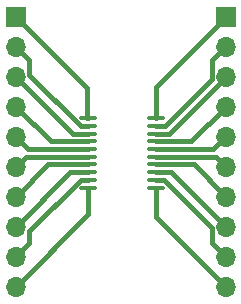
<source format=gbr>
%TF.GenerationSoftware,KiCad,Pcbnew,8.0.5*%
%TF.CreationDate,2024-09-28T17:35:52+02:00*%
%TF.ProjectId,adapterch32v003,61646170-7465-4726-9368-333276303033,rev?*%
%TF.SameCoordinates,Original*%
%TF.FileFunction,Copper,L1,Top*%
%TF.FilePolarity,Positive*%
%FSLAX46Y46*%
G04 Gerber Fmt 4.6, Leading zero omitted, Abs format (unit mm)*
G04 Created by KiCad (PCBNEW 8.0.5) date 2024-09-28 17:35:52*
%MOMM*%
%LPD*%
G01*
G04 APERTURE LIST*
G04 Aperture macros list*
%AMRoundRect*
0 Rectangle with rounded corners*
0 $1 Rounding radius*
0 $2 $3 $4 $5 $6 $7 $8 $9 X,Y pos of 4 corners*
0 Add a 4 corners polygon primitive as box body*
4,1,4,$2,$3,$4,$5,$6,$7,$8,$9,$2,$3,0*
0 Add four circle primitives for the rounded corners*
1,1,$1+$1,$2,$3*
1,1,$1+$1,$4,$5*
1,1,$1+$1,$6,$7*
1,1,$1+$1,$8,$9*
0 Add four rect primitives between the rounded corners*
20,1,$1+$1,$2,$3,$4,$5,0*
20,1,$1+$1,$4,$5,$6,$7,0*
20,1,$1+$1,$6,$7,$8,$9,0*
20,1,$1+$1,$8,$9,$2,$3,0*%
G04 Aperture macros list end*
%TA.AperFunction,ComponentPad*%
%ADD10R,1.700000X1.700000*%
%TD*%
%TA.AperFunction,ComponentPad*%
%ADD11O,1.700000X1.700000*%
%TD*%
%TA.AperFunction,SMDPad,CuDef*%
%ADD12RoundRect,0.100000X-0.637500X-0.100000X0.637500X-0.100000X0.637500X0.100000X-0.637500X0.100000X0*%
%TD*%
%TA.AperFunction,Conductor*%
%ADD13C,0.400000*%
%TD*%
G04 APERTURE END LIST*
D10*
%TO.P,J1,1,Pin_1*%
%TO.N,Net-(J1-Pin_1)*%
X17000000Y-16960000D03*
D11*
%TO.P,J1,2,Pin_2*%
%TO.N,Net-(J1-Pin_2)*%
X17000000Y-19500000D03*
%TO.P,J1,3,Pin_3*%
%TO.N,Net-(J1-Pin_3)*%
X17000000Y-22040000D03*
%TO.P,J1,4,Pin_4*%
%TO.N,Net-(J1-Pin_4)*%
X17000000Y-24580000D03*
%TO.P,J1,5,Pin_5*%
%TO.N,Net-(J1-Pin_5)*%
X17000000Y-27120000D03*
%TO.P,J1,6,Pin_6*%
%TO.N,Net-(J1-Pin_6)*%
X17000000Y-29660000D03*
%TO.P,J1,7,Pin_7*%
%TO.N,Net-(J1-Pin_7)*%
X17000000Y-32200000D03*
%TO.P,J1,8,Pin_8*%
%TO.N,Net-(J1-Pin_8)*%
X17000000Y-34740000D03*
%TO.P,J1,9,Pin_9*%
%TO.N,Net-(J1-Pin_9)*%
X17000000Y-37280000D03*
%TO.P,J1,10,Pin_10*%
%TO.N,Net-(J1-Pin_10)*%
X17000000Y-39820000D03*
%TD*%
D10*
%TO.P,J2,1,Pin_1*%
%TO.N,Net-(J2-Pin_1)*%
X34776982Y-16961934D03*
D11*
%TO.P,J2,2,Pin_2*%
%TO.N,Net-(J2-Pin_2)*%
X34776982Y-19501934D03*
%TO.P,J2,3,Pin_3*%
%TO.N,Net-(J2-Pin_3)*%
X34776982Y-22041934D03*
%TO.P,J2,4,Pin_4*%
%TO.N,Net-(J2-Pin_4)*%
X34776982Y-24581934D03*
%TO.P,J2,5,Pin_5*%
%TO.N,Net-(J2-Pin_5)*%
X34776982Y-27121934D03*
%TO.P,J2,6,Pin_6*%
%TO.N,Net-(J2-Pin_6)*%
X34776982Y-29661934D03*
%TO.P,J2,7,Pin_7*%
%TO.N,Net-(J2-Pin_7)*%
X34776982Y-32201934D03*
%TO.P,J2,8,Pin_8*%
%TO.N,Net-(J2-Pin_8)*%
X34776982Y-34741934D03*
%TO.P,J2,9,Pin_9*%
%TO.N,Net-(J2-Pin_9)*%
X34776982Y-37281934D03*
%TO.P,J2,10,Pin_10*%
%TO.N,Net-(J2-Pin_10)*%
X34776982Y-39821934D03*
%TD*%
D12*
%TO.P,U1,1,PD4*%
%TO.N,Net-(J1-Pin_1)*%
X23137500Y-25575000D03*
%TO.P,U1,2,PD5*%
%TO.N,Net-(J1-Pin_2)*%
X23137500Y-26225000D03*
%TO.P,U1,3,PD6*%
%TO.N,Net-(J1-Pin_3)*%
X23137500Y-26875000D03*
%TO.P,U1,4,PD7*%
%TO.N,Net-(J1-Pin_4)*%
X23137500Y-27525000D03*
%TO.P,U1,5,PA1*%
%TO.N,Net-(J1-Pin_5)*%
X23137500Y-28175000D03*
%TO.P,U1,6,PA2*%
%TO.N,Net-(J1-Pin_6)*%
X23137500Y-28825000D03*
%TO.P,U1,7,VSS*%
%TO.N,Net-(J1-Pin_7)*%
X23137500Y-29475000D03*
%TO.P,U1,8,PD0*%
%TO.N,Net-(J1-Pin_8)*%
X23137500Y-30125000D03*
%TO.P,U1,9,VDD*%
%TO.N,Net-(J1-Pin_9)*%
X23137500Y-30775000D03*
%TO.P,U1,10,PC0*%
%TO.N,Net-(J1-Pin_10)*%
X23137500Y-31425000D03*
%TO.P,U1,11,PC1*%
%TO.N,Net-(J2-Pin_10)*%
X28862500Y-31425000D03*
%TO.P,U1,12,PC2*%
%TO.N,Net-(J2-Pin_9)*%
X28862500Y-30775000D03*
%TO.P,U1,13,PC3*%
%TO.N,Net-(J2-Pin_8)*%
X28862500Y-30125000D03*
%TO.P,U1,14,PC4*%
%TO.N,Net-(J2-Pin_7)*%
X28862500Y-29475000D03*
%TO.P,U1,15,PC5*%
%TO.N,Net-(J2-Pin_6)*%
X28862500Y-28825000D03*
%TO.P,U1,16,PC6*%
%TO.N,Net-(J2-Pin_5)*%
X28862500Y-28175000D03*
%TO.P,U1,17,PC7*%
%TO.N,Net-(J2-Pin_4)*%
X28862500Y-27525000D03*
%TO.P,U1,18,PD1*%
%TO.N,Net-(J2-Pin_3)*%
X28862500Y-26875000D03*
%TO.P,U1,19,PD2*%
%TO.N,Net-(J2-Pin_2)*%
X28862500Y-26225000D03*
%TO.P,U1,20,PD3*%
%TO.N,Net-(J2-Pin_1)*%
X28862500Y-25575000D03*
%TD*%
D13*
%TO.N,Net-(J1-Pin_4)*%
X19945000Y-27525000D02*
X17000000Y-24580000D01*
X23137500Y-27525000D02*
X19945000Y-27525000D01*
%TO.N,Net-(J1-Pin_1)*%
X23000000Y-25500000D02*
X23000000Y-22960000D01*
X23075000Y-25575000D02*
X23000000Y-25500000D01*
X23137500Y-25575000D02*
X23075000Y-25575000D01*
X23000000Y-22960000D02*
X17000000Y-16960000D01*
%TO.N,Net-(J1-Pin_7)*%
X19725000Y-29475000D02*
X17000000Y-32200000D01*
X23137500Y-29475000D02*
X19725000Y-29475000D01*
%TO.N,Net-(J2-Pin_5)*%
X28862500Y-28175000D02*
X33723916Y-28175000D01*
X33723916Y-28175000D02*
X34776982Y-27121934D01*
%TO.N,Net-(J2-Pin_8)*%
X30160048Y-30125000D02*
X34776982Y-34741934D01*
X28862500Y-30125000D02*
X30160048Y-30125000D01*
%TO.N,Net-(J2-Pin_7)*%
X28862500Y-29475000D02*
X32050048Y-29475000D01*
X32050048Y-29475000D02*
X34776982Y-32201934D01*
%TO.N,Net-(J1-Pin_6)*%
X23137500Y-28825000D02*
X17835000Y-28825000D01*
X17835000Y-28825000D02*
X17000000Y-29660000D01*
%TO.N,Net-(J1-Pin_3)*%
X21835000Y-26875000D02*
X17000000Y-22040000D01*
X23137500Y-26875000D02*
X21835000Y-26875000D01*
%TO.N,Net-(J2-Pin_9)*%
X29518456Y-30775000D02*
X33626982Y-34883526D01*
X33626982Y-34883526D02*
X33626982Y-36131934D01*
X33626982Y-36131934D02*
X34776982Y-37281934D01*
X28862500Y-30775000D02*
X29518456Y-30775000D01*
%TO.N,Net-(J2-Pin_6)*%
X28862500Y-28825000D02*
X33940048Y-28825000D01*
X33940048Y-28825000D02*
X34776982Y-29661934D01*
%TO.N,Net-(J2-Pin_2)*%
X33626982Y-22198017D02*
X33626982Y-20651934D01*
X28862500Y-26225000D02*
X29599999Y-26225000D01*
X29599999Y-26225000D02*
X33626982Y-22198017D01*
X33626982Y-20651934D02*
X34776982Y-19501934D01*
%TO.N,Net-(J2-Pin_10)*%
X28862500Y-33907452D02*
X34776982Y-39821934D01*
X28862500Y-31425000D02*
X28862500Y-33907452D01*
%TO.N,Net-(J2-Pin_3)*%
X29943916Y-26875000D02*
X34776982Y-22041934D01*
X28862500Y-26875000D02*
X29943916Y-26875000D01*
%TO.N,Net-(J1-Pin_10)*%
X23137500Y-33682500D02*
X17000000Y-39820000D01*
X23137500Y-31425000D02*
X23137500Y-33682500D01*
%TO.N,Net-(J2-Pin_4)*%
X28862500Y-27525000D02*
X31833916Y-27525000D01*
X31833916Y-27525000D02*
X34776982Y-24581934D01*
%TO.N,Net-(J2-Pin_1)*%
X28862500Y-25575000D02*
X28862500Y-22876416D01*
X28862500Y-22876416D02*
X34776982Y-16961934D01*
%TO.N,Net-(J1-Pin_8)*%
X21615000Y-30125000D02*
X17000000Y-34740000D01*
X23137500Y-30125000D02*
X21615000Y-30125000D01*
%TO.N,Net-(J1-Pin_5)*%
X18055000Y-28175000D02*
X17000000Y-27120000D01*
X23137500Y-28175000D02*
X18055000Y-28175000D01*
%TO.N,Net-(J1-Pin_9)*%
X22481544Y-30775000D02*
X18150000Y-35106544D01*
X18150000Y-36130000D02*
X17000000Y-37280000D01*
X23137500Y-30775000D02*
X22481544Y-30775000D01*
X18150000Y-35106544D02*
X18150000Y-36130000D01*
%TO.N,Net-(J1-Pin_2)*%
X18150000Y-21893456D02*
X18150000Y-20650000D01*
X23137500Y-26225000D02*
X22481544Y-26225000D01*
X22481544Y-26225000D02*
X18150000Y-21893456D01*
X18150000Y-20650000D02*
X17000000Y-19500000D01*
%TD*%
M02*

</source>
